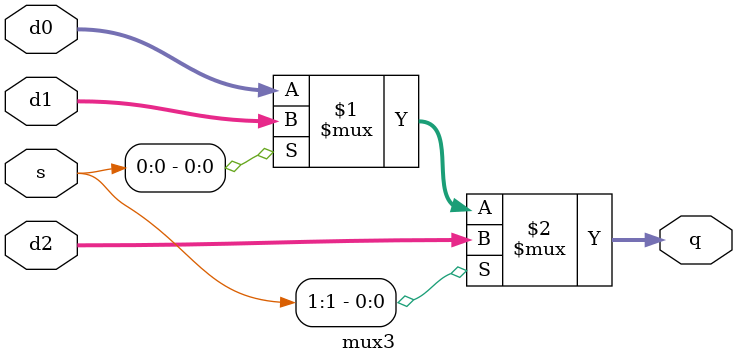
<source format=sv>
module mux3 #(
    parameter WIDTH = 8
) (
    input  logic [WIDTH-1:0] d0,
    input  logic [WIDTH-1:0] d1,
    input  logic [WIDTH-1:0] d2,
    input  logic [      1:0] s,
    output logic [WIDTH-1:0] q
);

  assign q = s[1] ? d2 : s[0] ? d1 : d0;

endmodule

</source>
